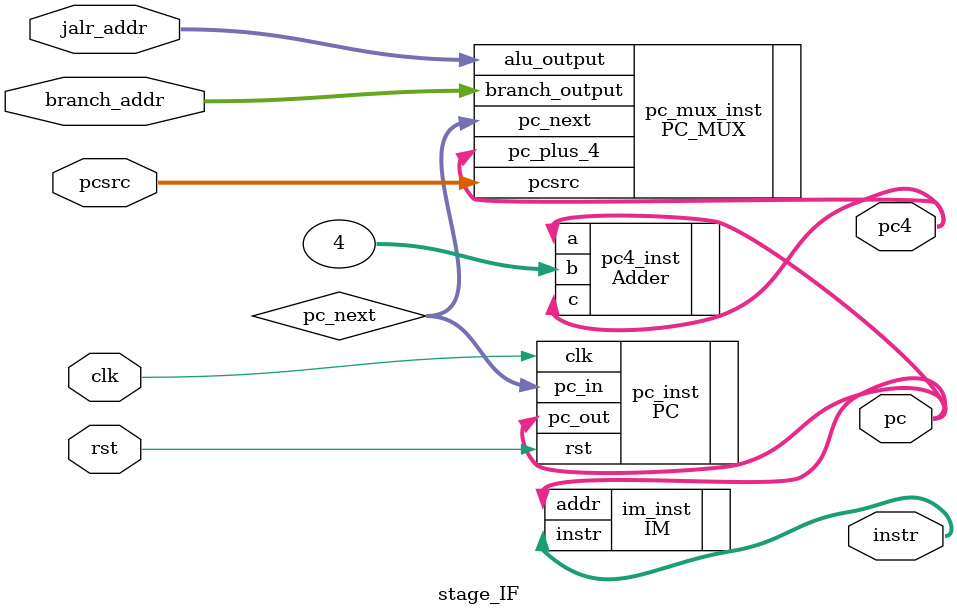
<source format=v>
module stage_IF(
    
    input wire clk,
    input wire rst,

    input wire [31:0] jalr_addr,
    input wire [31:0] branch_addr,
    input wire [1:0] pcsrc,

    output wire [31:0] instr,
    output wire [31:0] pc,
    output wire [31:0] pc4

);

wire [31:0] pc_next;




Adder pc4_inst(
    .a(pc),
    .b(32'd4),
    .c(pc4)
);

PC_MUX pc_mux_inst(

    .pc_plus_4(pc4),
    .branch_output(branch_addr),
    .alu_output(jalr_addr),
    .pcsrc(pcsrc),
    .pc_next(pc_next)

);

PC pc_inst(
    .clk(clk),
    .rst(rst),
    .pc_in(pc_next),
    .pc_out(pc)

);

IM im_inst(
    .addr(pc),
    .instr(instr)
);



endmodule

</source>
